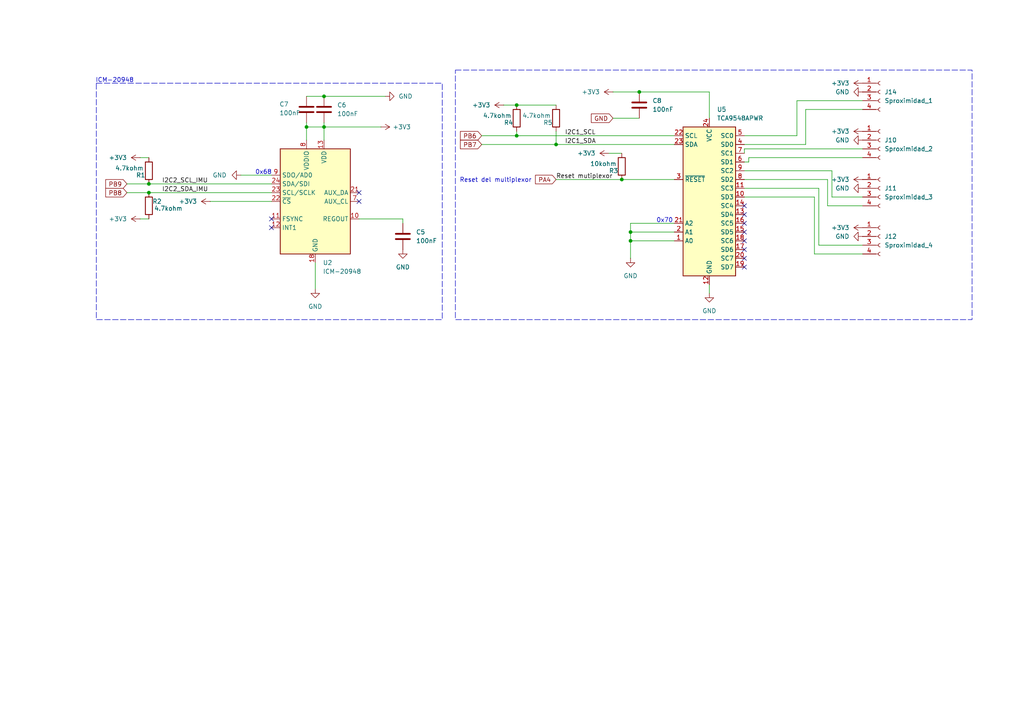
<source format=kicad_sch>
(kicad_sch (version 20231120) (generator "eeschema") (generator_version "8.0")
  (paper "A4")
  (lib_symbols
    (symbol "Connector:Conn_01x04_Socket" (pin_names (offset 1.016) hide)
      (property "Reference" "J" (at 0 5.08 0))
      (property "Value" "Conn_01x04_Socket" (at 0 -7.62 0))
      (symbol "Conn_01x04_Socket_1_1"
        (arc (start 0 -4.572) (mid -0.5058 -5.08) (end 0 -5.588) (stroke (width 0.1524)))
        (arc (start 0 -2.032) (mid -0.5058 -2.54) (end 0 -3.048) (stroke (width 0.1524)))
        (polyline (pts (xy -1.27 -5.08) (xy -0.508 -5.08)) (stroke (width 0.1524)))
        (polyline (pts (xy -1.27 -2.54) (xy -0.508 -2.54)) (stroke (width 0.1524)))
        (polyline (pts (xy -1.27 0) (xy -0.508 0)) (stroke (width 0.1524)))
        (polyline (pts (xy -1.27 2.54) (xy -0.508 2.54)) (stroke (width 0.1524)))
        (arc (start 0 0.508) (mid -0.5058 0) (end 0 -0.508) (stroke (width 0.1524)))
        (arc (start 0 3.048) (mid -0.5058 2.54) (end 0 2.032) (stroke (width 0.1524)))
        (pin passive line (at -5.08 2.54 0) (length 3.81) (name "Pin_1") (number "1"))
        (pin passive line (at -5.08 0 0) (length 3.81) (name "Pin_2") (number "2"))
        (pin passive line (at -5.08 -2.54 0) (length 3.81) (name "Pin_3") (number "3"))
        (pin passive line (at -5.08 -5.08 0) (length 3.81) (name "Pin_4") (number "4"))
      )
    )
    (symbol "Device:C" (pin_numbers hide) (pin_names (offset 0.254))
      (property "Reference" "C" (at 0.635 2.54 0))
      (property "Value" "C" (at 0.635 -2.54 0))
      (symbol "C_0_1"
        (polyline (pts (xy -2.032 -0.762) (xy 2.032 -0.762)) (stroke (width 0.508)))
        (polyline (pts (xy -2.032 0.762) (xy 2.032 0.762)) (stroke (width 0.508)))
      )
      (symbol "C_1_1"
        (pin passive line (at 0 3.81 270) (length 2.794) (name "~") (number "1"))
        (pin passive line (at 0 -3.81 90) (length 2.794) (name "~") (number "2"))
      )
    )
    (symbol "Device:R" (pin_numbers hide) (pin_names (offset 0))
      (property "Reference" "R" (at 2.032 0 90))
      (property "Value" "R" (at 0 0 90))
      (symbol "R_0_1"
        (rectangle (start -1.016 -2.54) (end 1.016 2.54) (stroke (width 0.254)))
      )
      (symbol "R_1_1"
        (pin passive line (at 0 3.81 270) (length 1.27) (name "~") (number "1"))
        (pin passive line (at 0 -3.81 90) (length 1.27) (name "~") (number "2"))
      )
    )
    (symbol "Interface_Expansion:TCA9548APWR"
      (property "Reference" "U" (at -7.62 21.59 0))
      (property "Value" "TCA9548APWR" (at 1.016 21.59 0))
      (symbol "TCA9548APWR_0_1"
        (rectangle (start -7.62 20.32) (end 7.62 -22.86) (stroke (width 0.254)) (fill (type background)))
      )
      (symbol "TCA9548APWR_1_1"
        (pin input line (at -10.16 -12.7 0) (length 2.54) (name "A0") (number "1"))
        (pin bidirectional line (at 10.16 0 180) (length 2.54) (name "SD3") (number "10"))
        (pin output line (at 10.16 2.54 180) (length 2.54) (name "SC3") (number "11"))
        (pin power_in line (at 0 -25.4 90) (length 2.54) (name "GND") (number "12"))
        (pin bidirectional line (at 10.16 -5.08 180) (length 2.54) (name "SD4") (number "13"))
        (pin output line (at 10.16 -2.54 180) (length 2.54) (name "SC4") (number "14"))
        (pin bidirectional line (at 10.16 -10.16 180) (length 2.54) (name "SD5") (number "15"))
        (pin output line (at 10.16 -7.62 180) (length 2.54) (name "SC5") (number "16"))
        (pin bidirectional line (at 10.16 -15.24 180) (length 2.54) (name "SD6") (number "17"))
        (pin output line (at 10.16 -12.7 180) (length 2.54) (name "SC6") (number "18"))
        (pin bidirectional line (at 10.16 -20.32 180) (length 2.54) (name "SD7") (number "19"))
        (pin input line (at -10.16 -10.16 0) (length 2.54) (name "A1") (number "2"))
        (pin output line (at 10.16 -17.78 180) (length 2.54) (name "SC7") (number "20"))
        (pin input line (at -10.16 -7.62 0) (length 2.54) (name "A2") (number "21"))
        (pin input line (at -10.16 17.78 0) (length 2.54) (name "SCL") (number "22"))
        (pin bidirectional line (at -10.16 15.24 0) (length 2.54) (name "SDA") (number "23"))
        (pin power_in line (at 0 22.86 270) (length 2.54) (name "VCC") (number "24"))
        (pin input line (at -10.16 5.08 0) (length 2.54) (name "~{RESET}") (number "3"))
        (pin bidirectional line (at 10.16 15.24 180) (length 2.54) (name "SD0") (number "4"))
        (pin output line (at 10.16 17.78 180) (length 2.54) (name "SC0") (number "5"))
        (pin bidirectional line (at 10.16 10.16 180) (length 2.54) (name "SD1") (number "6"))
        (pin output line (at 10.16 12.7 180) (length 2.54) (name "SC1") (number "7"))
        (pin bidirectional line (at 10.16 5.08 180) (length 2.54) (name "SD2") (number "8"))
        (pin output line (at 10.16 7.62 180) (length 2.54) (name "SC2") (number "9"))
      )
    )
    (symbol "Sensor_Motion:ICM-20948"
      (property "Reference" "U" (at -11.43 16.51 0))
      (property "Value" "ICM-20948" (at 7.62 -16.51 0))
      (symbol "ICM-20948_0_1"
        (rectangle (start -10.16 15.24) (end 10.16 -15.24) (stroke (width 0.254)) (fill (type background)))
      )
      (symbol "ICM-20948_1_1"
        (pin no_connect line (at -10.16 12.7 0) (length 2.54) hide (name "NC") (number "1"))
        (pin passive line (at 12.7 -5.08 180) (length 2.54) (name "REGOUT") (number "10"))
        (pin input line (at -12.7 -5.08 0) (length 2.54) (name "FSYNC") (number "11"))
        (pin output line (at -12.7 -7.62 0) (length 2.54) (name "INT1") (number "12"))
        (pin power_in line (at 2.54 17.78 270) (length 2.54) (name "VDD") (number "13"))
        (pin no_connect line (at 10.16 7.62 180) (length 2.54) hide (name "NC") (number "14"))
        (pin no_connect line (at 10.16 5.08 180) (length 2.54) hide (name "NC") (number "15"))
        (pin no_connect line (at 10.16 -7.62 180) (length 2.54) hide (name "NC") (number "16"))
        (pin no_connect line (at 10.16 -10.16 180) (length 2.54) hide (name "NC") (number "17"))
        (pin power_in line (at 0 -17.78 90) (length 2.54) (name "GND") (number "18"))
        (pin no_connect line (at 10.16 -12.7 180) (length 2.54) hide (name "RESV") (number "19"))
        (pin no_connect line (at -10.16 10.16 0) (length 2.54) hide (name "NC") (number "2"))
        (pin passive line (at 0 -17.78 90) (length 2.54) hide (name "GND") (number "20"))
        (pin bidirectional line (at 12.7 2.54 180) (length 2.54) (name "AUX_DA") (number "21"))
        (pin input line (at -12.7 0 0) (length 2.54) (name "~{CS}") (number "22"))
        (pin input line (at -12.7 2.54 0) (length 2.54) (name "SCL/SCLK") (number "23"))
        (pin bidirectional line (at -12.7 5.08 0) (length 2.54) (name "SDA/SDI") (number "24"))
        (pin no_connect line (at -10.16 -2.54 0) (length 2.54) hide (name "NC") (number "3"))
        (pin no_connect line (at -10.16 -10.16 0) (length 2.54) hide (name "NC") (number "4"))
        (pin no_connect line (at -10.16 -12.7 0) (length 2.54) hide (name "NC") (number "5"))
        (pin no_connect line (at 10.16 10.16 180) (length 2.54) hide (name "NC") (number "6"))
        (pin output line (at 12.7 0 180) (length 2.54) (name "AUX_CL") (number "7"))
        (pin power_in line (at -2.54 17.78 270) (length 2.54) (name "VDDIO") (number "8"))
        (pin bidirectional line (at -12.7 7.62 0) (length 2.54) (name "SDO/AD0") (number "9"))
      )
    )
    (symbol "power:+3V3" (power) (pin_numbers hide) (pin_names (offset 0) hide)
      (property "Value" "+3V3" (at 0 3.556 0))
      (symbol "+3V3_0_1"
        (polyline (pts (xy -0.762 1.27) (xy 0 2.54)))
        (polyline (pts (xy 0 0) (xy 0 2.54)))
        (polyline (pts (xy 0 2.54) (xy 0.762 1.27)))
      )
      (symbol "+3V3_1_1"
        (pin power_in line (at 0 0 90) (length 0) (name "~") (number "1"))
      )
    )
    (symbol "power:GND" (power) (pin_numbers hide) (pin_names (offset 0) hide)
      (property "Value" "GND" (at 0 -3.81 0))
      (symbol "GND_0_1"
        (polyline (pts (xy 0 0) (xy 0 -1.27) (xy 1.27 -1.27) (xy 0 -2.54) (xy -1.27 -1.27) (xy 0 -1.27)))
      )
      (symbol "GND_1_1"
        (pin power_in line (at 0 0 270) (length 0) (name "~") (number "1"))
      )
    )
  )
  (junction (at 93.98 36.83))
  (junction (at 43.18 55.88))
  (junction (at 88.9 36.83))
  (junction (at 161.29 41.91))
  (junction (at 182.88 69.85))
  (junction (at 180.34 52.07))
  (junction (at 182.88 67.31))
  (junction (at 149.86 39.37))
  (junction (at 185.42 26.67))
  (junction (at 93.98 27.94))
  (junction (at 43.18 53.34))
  (junction (at 149.86 30.48))
  (no_connect (at 215.9 64.77))
  (no_connect (at 78.74 66.04))
  (no_connect (at 215.9 59.69))
  (no_connect (at 215.9 74.93))
  (no_connect (at 215.9 77.47))
  (no_connect (at 78.74 63.5))
  (no_connect (at 215.9 67.31))
  (no_connect (at 215.9 62.23))
  (no_connect (at 104.14 55.88))
  (no_connect (at 215.9 72.39))
  (no_connect (at 215.9 69.85))
  (no_connect (at 104.14 58.42))
  (wire (pts (xy 161.29 41.91) (xy 195.58 41.91)))
  (wire (pts (xy 241.3 57.15) (xy 250.19 57.15)))
  (wire (pts (xy 236.22 57.15) (xy 236.22 73.66)))
  (wire (pts (xy 40.64 45.72) (xy 43.18 45.72)))
  (wire (pts (xy 182.88 67.31) (xy 195.58 67.31)))
  (wire (pts (xy 250.19 71.12) (xy 237.49 71.12)))
  (wire (pts (xy 233.68 31.75) (xy 250.19 31.75)))
  (wire (pts (xy 241.3 49.53) (xy 241.3 57.15)))
  (wire (pts (xy 177.8 34.29) (xy 185.42 34.29)))
  (wire (pts (xy 88.9 36.83) (xy 93.98 36.83)))
  (wire (pts (xy 231.14 29.21) (xy 250.19 29.21)))
  (wire (pts (xy 205.74 26.67) (xy 205.74 34.29)))
  (wire (pts (xy 217.17 46.99) (xy 215.9 46.99)))
  (wire (pts (xy 215.9 57.15) (xy 236.22 57.15)))
  (wire (pts (xy 69.85 50.8) (xy 78.74 50.8)))
  (wire (pts (xy 250.19 59.69) (xy 240.03 59.69)))
  (wire (pts (xy 93.98 36.83) (xy 93.98 40.64)))
  (wire (pts (xy 43.18 63.5) (xy 40.64 63.5)))
  (wire (pts (xy 236.22 73.66) (xy 250.19 73.66)))
  (wire (pts (xy 93.98 27.94) (xy 111.76 27.94)))
  (wire (pts (xy 36.83 55.88) (xy 43.18 55.88)))
  (wire (pts (xy 240.03 59.69) (xy 240.03 52.07)))
  (wire (pts (xy 182.88 74.93) (xy 182.88 69.85)))
  (wire (pts (xy 215.9 43.18) (xy 250.19 43.18)))
  (wire (pts (xy 43.18 55.88) (xy 78.74 55.88)))
  (wire (pts (xy 231.14 39.37) (xy 215.9 39.37)))
  (wire (pts (xy 88.9 40.64) (xy 88.9 36.83)))
  (wire (pts (xy 217.17 45.72) (xy 217.17 46.99)))
  (wire (pts (xy 231.14 29.21) (xy 231.14 39.37)))
  (wire (pts (xy 161.29 52.07) (xy 180.34 52.07)))
  (wire (pts (xy 60.96 58.42) (xy 78.74 58.42)))
  (wire (pts (xy 149.86 39.37) (xy 139.7 39.37)))
  (wire (pts (xy 93.98 35.56) (xy 93.98 36.83)))
  (wire (pts (xy 93.98 36.83) (xy 110.49 36.83)))
  (wire (pts (xy 182.88 64.77) (xy 195.58 64.77)))
  (wire (pts (xy 104.14 63.5) (xy 116.84 63.5)))
  (wire (pts (xy 240.03 52.07) (xy 215.9 52.07)))
  (wire (pts (xy 215.9 41.91) (xy 233.68 41.91)))
  (wire (pts (xy 182.88 69.85) (xy 182.88 67.31)))
  (wire (pts (xy 91.44 76.2) (xy 91.44 83.82)))
  (wire (pts (xy 205.74 82.55) (xy 205.74 85.09)))
  (wire (pts (xy 116.84 63.5) (xy 116.84 64.77)))
  (wire (pts (xy 182.88 69.85) (xy 195.58 69.85)))
  (wire (pts (xy 149.86 30.48) (xy 161.29 30.48)))
  (wire (pts (xy 36.83 53.34) (xy 43.18 53.34)))
  (wire (pts (xy 237.49 71.12) (xy 237.49 54.61)))
  (wire (pts (xy 180.34 52.07) (xy 195.58 52.07)))
  (wire (pts (xy 149.86 30.48) (xy 146.05 30.48)))
  (wire (pts (xy 176.53 44.45) (xy 180.34 44.45)))
  (wire (pts (xy 177.8 26.67) (xy 185.42 26.67)))
  (wire (pts (xy 233.68 41.91) (xy 233.68 31.75)))
  (wire (pts (xy 215.9 43.18) (xy 215.9 44.45)))
  (wire (pts (xy 149.86 39.37) (xy 195.58 39.37)))
  (wire (pts (xy 215.9 49.53) (xy 241.3 49.53)))
  (wire (pts (xy 149.86 39.37) (xy 149.86 38.1)))
  (wire (pts (xy 139.7 41.91) (xy 161.29 41.91)))
  (wire (pts (xy 182.88 67.31) (xy 182.88 64.77)))
  (wire (pts (xy 185.42 26.67) (xy 205.74 26.67)))
  (wire (pts (xy 43.18 53.34) (xy 78.74 53.34)))
  (wire (pts (xy 237.49 54.61) (xy 215.9 54.61)))
  (wire (pts (xy 88.9 35.56) (xy 88.9 36.83)))
  (wire (pts (xy 161.29 38.1) (xy 161.29 41.91)))
  (wire (pts (xy 217.17 45.72) (xy 250.19 45.72)))
  (wire (pts (xy 88.9 27.94) (xy 93.98 27.94)))
  (rectangle (start 132.08 20.32) (end 281.94 92.71) (stroke (width 0) (type dash)))
  (rectangle (start 27.94 24.13) (end 128.27 92.71) (stroke (width 0) (type dash)))
  (text "ICM-20948" (at 33.274 23.368 0) (effects (font (size 1.27 1.27))))
  (text "0x70" (at 192.786 64.008 0) (effects (font (size 1.27 1.27))))
  (text " 0x68" (at 75.946 50.038 0) (effects (font (size 1.27 1.27))))
  (text "Reset del multiplexor" (at 143.764 52.324 0) (effects (font (size 1.27 1.27))))
  (label "Reset mutiplexor" (at 161.29 52.07 0))
  (label "I2C1_SDA" (at 163.83 41.91 0))
  (label "I2C1_SCL" (at 163.83 39.37 0))
  (label "I2C2_SDA_IMU" (at 46.99 55.88 0))
  (label "I2C2_SCL_IMU" (at 46.99 53.34 0))
  (global_label "GND" (shape input) (at 177.8 34.29 180) (property "Intersheetrefs" "${INTERSHEET_REFS}" (effects (hide yes))))
  (global_label "PA4" (shape input) (at 161.29 52.07 180) (property "Intersheetrefs" "${INTERSHEET_REFS}" (effects (hide yes))))
  (global_label "PB9" (shape input) (at 36.83 53.34 180) (property "Intersheetrefs" "${INTERSHEET_REFS}" (effects (hide yes))))
  (global_label "PB8" (shape input) (at 36.83 55.88 180) (property "Intersheetrefs" "${INTERSHEET_REFS}" (effects (hide yes))))
  (global_label "PB6" (shape input) (at 139.7 39.37 180) (property "Intersheetrefs" "${INTERSHEET_REFS}" (effects (hide yes))))
  (global_label "PB7" (shape input) (at 139.7 41.91 180) (property "Intersheetrefs" "${INTERSHEET_REFS}" (effects (hide yes))))
  (symbol (lib_id "power:+3V3") (at 60.96 58.42 90) (unit 1)
    (property "Reference" "#PWR0104" (effects (hide yes)))
    (property "Value" "+3V3" (at 57.15 58.4199 90) (effects (justify left)))
    (property "Description" "Power symbol creates a global label with name \"+3V3\"" (effects (hide yes)))
  )
  (symbol (lib_id "power:GND") (at 250.19 68.58 270) (unit 1)
    (property "Reference" "#PWR072" (effects (hide yes)))
    (property "Value" "GND" (at 246.38 68.5799 90) (effects (justify right)))
    (property "Description" "Power symbol creates a global label with name \"GND\" , ground" (effects (hide yes)))
  )
  (symbol (lib_id "power:GND") (at 182.88 74.93 0) (unit 1)
    (property "Reference" "#PWR071" (effects (hide yes)))
    (property "Value" "GND" (at 182.88 80.01 0))
    (property "Description" "Power symbol creates a global label with name \"GND\" , ground" (effects (hide yes)))
  )
  (symbol (lib_id "Connector:Conn_01x04_Socket") (at 255.27 40.64 0) (unit 1)
    (property "Reference" "J10" (at 256.54 40.6399 0) (effects (justify left)))
    (property "Value" "Sproximidad_2" (at 256.54 43.1799 0) (effects (justify left)))
    (property "Footprint" "Connector_Molex:Molex_Micro-Fit_3.0_43045-0400_2x02_P3.00mm_Horizontal" (effects (hide yes)))
    (property "Description" "Generic connector, single row, 01x04, script generated" (effects (hide yes)))
  )
  (symbol (lib_id "Device:R") (at 149.86 34.29 180) (unit 1)
    (property "Reference" "R4" (at 148.844 35.56 0) (effects (justify left)))
    (property "Value" "4.7kohm" (at 148.336 33.528 0) (effects (justify left)))
    (property "Footprint" "Resistor_SMD:R_0805_2012Metric" (effects (hide yes)))
    (property "Description" "Resistor" (effects (hide yes)))
    (property "LCSC Part #" "C17673" (effects (hide yes)))
  )
  (symbol (lib_id "Device:C") (at 116.84 68.58 180) (unit 1)
    (property "Reference" "C5" (at 120.65 67.3099 0) (effects (justify right)))
    (property "Value" "100nF" (at 120.65 69.8499 0) (effects (justify right)))
    (property "Footprint" "Capacitor_SMD:C_0805_2012Metric" (effects (hide yes)))
    (property "Description" "Unpolarized capacitor" (effects (hide yes)))
    (property "LCSC Part #" "C49678" (effects (hide yes)))
  )
  (symbol (lib_id "Connector:Conn_01x04_Socket") (at 255.27 26.67 0) (unit 1)
    (property "Reference" "J14" (at 256.54 26.6699 0) (effects (justify left)))
    (property "Value" "Sproximidad_1" (at 256.54 29.2099 0) (effects (justify left)))
    (property "Footprint" "Connector_Molex:Molex_Micro-Fit_3.0_43045-0400_2x02_P3.00mm_Horizontal" (effects (hide yes)))
    (property "Description" "Generic connector, single row, 01x04, script generated" (effects (hide yes)))
  )
  (symbol (lib_id "power:+3V3") (at 250.19 38.1 90) (unit 1)
    (property "Reference" "#PWR060" (effects (hide yes)))
    (property "Value" "+3V3" (at 246.38 38.0999 90) (effects (justify left)))
    (property "Description" "Power symbol creates a global label with name \"+3V3\"" (effects (hide yes)))
  )
  (symbol (lib_id "Connector:Conn_01x04_Socket") (at 255.27 68.58 0) (unit 1)
    (property "Reference" "J12" (at 256.54 68.5799 0) (effects (justify left)))
    (property "Value" "Sproximidad_4" (at 256.54 71.1199 0) (effects (justify left)))
    (property "Footprint" "Connector_Molex:Molex_Micro-Fit_3.0_43045-0400_2x02_P3.00mm_Horizontal" (effects (hide yes)))
    (property "Description" "Generic connector, single row, 01x04, script generated" (effects (hide yes)))
  )
  (symbol (lib_id "power:GND") (at 250.19 26.67 270) (unit 1)
    (property "Reference" "#PWR075" (effects (hide yes)))
    (property "Value" "GND" (at 246.38 26.6699 90) (effects (justify right)))
    (property "Description" "Power symbol creates a global label with name \"GND\" , ground" (effects (hide yes)))
  )
  (symbol (lib_id "Interface_Expansion:TCA9548APWR") (at 205.74 57.15 0) (unit 1)
    (property "Reference" "U5" (at 207.9341 31.75 0) (effects (justify left)))
    (property "Value" "TCA9548APWR" (at 207.9341 34.29 0) (effects (justify left)))
    (property "Footprint" "Package_SO:TSSOP-24_4.4x7.8mm_P0.65mm" (effects (hide yes)))
    (property "Datasheet" "http://www.ti.com/lit/ds/symlink/tca9548a.pdf" (effects (hide yes)))
    (property "Description" "Low voltage 8-channel I2C switch with reset, TSSOP-24" (effects (hide yes)))
    (property "LCSC Part #" "C130026" (effects (hide yes)))
  )
  (symbol (lib_id "power:GND") (at 69.85 50.8 270) (unit 1)
    (property "Reference" "#PWR067" (effects (hide yes)))
    (property "Value" "GND" (at 65.7404 50.7999 90) (effects (justify right)))
    (property "Description" "Power symbol creates a global label with name \"GND\" , ground" (effects (hide yes)))
  )
  (symbol (lib_id "Device:R") (at 161.29 34.29 180) (unit 1)
    (property "Reference" "R5" (at 160.274 35.56 0) (effects (justify left)))
    (property "Value" "4.7kohm" (at 159.766 33.528 0) (effects (justify left)))
    (property "Footprint" "Resistor_SMD:R_0805_2012Metric" (effects (hide yes)))
    (property "Description" "Resistor" (effects (hide yes)))
    (property "LCSC Part #" "C17673" (effects (hide yes)))
  )
  (symbol (lib_id "Device:C") (at 185.42 30.48 180) (unit 1)
    (property "Reference" "C8" (at 189.23 29.2099 0) (effects (justify right)))
    (property "Value" "100nF" (at 189.23 31.7499 0) (effects (justify right)))
    (property "Footprint" "Capacitor_SMD:C_0805_2012Metric" (effects (hide yes)))
    (property "Description" "Unpolarized capacitor" (effects (hide yes)))
    (property "LCSC Part #" "C49678" (effects (hide yes)))
  )
  (symbol (lib_id "power:+3V3") (at 250.19 66.04 90) (unit 1)
    (property "Reference" "#PWR062" (effects (hide yes)))
    (property "Value" "+3V3" (at 246.38 66.0399 90) (effects (justify left)))
    (property "Description" "Power symbol creates a global label with name \"+3V3\"" (effects (hide yes)))
  )
  (symbol (lib_id "Device:C") (at 88.9 31.75 180) (unit 1)
    (property "Reference" "C7" (at 81.026 30.226 0) (effects (justify right)))
    (property "Value" "100nF" (at 81.026 32.766 0) (effects (justify right)))
    (property "Footprint" "Capacitor_SMD:C_0805_2012Metric" (effects (hide yes)))
    (property "Description" "Unpolarized capacitor" (effects (hide yes)))
    (property "LCSC Part #" "C49678" (effects (hide yes)))
  )
  (symbol (lib_id "power:+3V3") (at 250.19 52.07 90) (unit 1)
    (property "Reference" "#PWR061" (effects (hide yes)))
    (property "Value" "+3V3" (at 246.38 52.0699 90) (effects (justify left)))
    (property "Description" "Power symbol creates a global label with name \"+3V3\"" (effects (hide yes)))
  )
  (symbol (lib_id "power:+3V3") (at 176.53 44.45 90) (unit 1)
    (property "Reference" "#PWR058" (effects (hide yes)))
    (property "Value" "+3V3" (at 172.72 44.4499 90) (effects (justify left)))
    (property "Description" "Power symbol creates a global label with name \"+3V3\"" (effects (hide yes)))
  )
  (symbol (lib_id "power:GND") (at 250.19 54.61 270) (unit 1)
    (property "Reference" "#PWR073" (effects (hide yes)))
    (property "Value" "GND" (at 246.38 54.6099 90) (effects (justify right)))
    (property "Description" "Power symbol creates a global label with name \"GND\" , ground" (effects (hide yes)))
  )
  (symbol (lib_id "Device:R") (at 180.34 48.26 180) (unit 1)
    (property "Reference" "R3" (at 179.324 49.53 0) (effects (justify left)))
    (property "Value" "10kohm" (at 178.816 47.498 0) (effects (justify left)))
    (property "Footprint" "Resistor_SMD:R_0805_2012Metric" (effects (hide yes)))
    (property "Description" "Resistor" (effects (hide yes)))
    (property "LCSC Part #" "C17414" (effects (hide yes)))
  )
  (symbol (lib_id "Sensor_Motion:ICM-20948") (at 91.44 58.42 0) (unit 1)
    (property "Reference" "U2" (at 93.6341 76.2 0) (effects (justify left)))
    (property "Value" "ICM-20948" (at 93.6341 78.74 0) (effects (justify left)))
    (property "Footprint" "Sensor_Motion:InvenSense_QFN-24_3x3mm_P0.4mm" (effects (hide yes)))
    (property "Datasheet" "http://www.invensense.com/wp-content/uploads/2016/06/DS-000189-ICM-20948-v1.3.pdf" (effects (hide yes)))
    (property "Description" "InvenSense 9-Axis Motion Sensor, Accelerometer, Gyroscope, Compass, I2C/SPI, QFN-24" (effects (hide yes)))
    (property "LCSC Part #" "C726001" (effects (hide yes)))
  )
  (symbol (lib_id "Device:R") (at 43.18 59.69 0) (unit 1)
    (property "Reference" "R2" (at 44.196 58.42 0) (effects (justify left)))
    (property "Value" "4.7kohm" (at 44.704 60.452 0) (effects (justify left)))
    (property "Footprint" "Resistor_SMD:R_0805_2012Metric" (effects (hide yes)))
    (property "Description" "Resistor" (effects (hide yes)))
    (property "LCSC Part #" "C17673" (effects (hide yes)))
  )
  (symbol (lib_id "power:GND") (at 91.44 83.82 0) (unit 1)
    (property "Reference" "#PWR068" (effects (hide yes)))
    (property "Value" "GND" (at 91.44 88.9 0))
    (property "Description" "Power symbol creates a global label with name \"GND\" , ground" (effects (hide yes)))
  )
  (symbol (lib_id "power:+3V3") (at 146.05 30.48 90) (unit 1)
    (property "Reference" "#PWR064" (effects (hide yes)))
    (property "Value" "+3V3" (at 142.24 30.4799 90) (effects (justify left)))
    (property "Description" "Power symbol creates a global label with name \"+3V3\"" (effects (hide yes)))
  )
  (symbol (lib_id "power:+3V3") (at 250.19 24.13 90) (unit 1)
    (property "Reference" "#PWR059" (effects (hide yes)))
    (property "Value" "+3V3" (at 246.38 24.1299 90) (effects (justify left)))
    (property "Description" "Power symbol creates a global label with name \"+3V3\"" (effects (hide yes)))
  )
  (symbol (lib_id "power:+3V3") (at 40.64 63.5 90) (unit 1)
    (property "Reference" "#PWR055" (effects (hide yes)))
    (property "Value" "+3V3" (at 36.83 63.4999 90) (effects (justify left)))
    (property "Description" "Power symbol creates a global label with name \"+3V3\"" (effects (hide yes)))
  )
  (symbol (lib_id "power:GND") (at 250.19 40.64 270) (unit 1)
    (property "Reference" "#PWR074" (effects (hide yes)))
    (property "Value" "GND" (at 246.38 40.6399 90) (effects (justify right)))
    (property "Description" "Power symbol creates a global label with name \"GND\" , ground" (effects (hide yes)))
  )
  (symbol (lib_id "power:+3V3") (at 110.49 36.83 270) (unit 1)
    (property "Reference" "#PWR056" (effects (hide yes)))
    (property "Value" "+3V3" (at 113.8768 36.8299 90) (effects (justify left)))
    (property "Description" "Power symbol creates a global label with name \"+3V3\"" (effects (hide yes)))
  )
  (symbol (lib_id "power:+3V3") (at 40.64 45.72 90) (unit 1)
    (property "Reference" "#PWR093" (effects (hide yes)))
    (property "Value" "+3V3" (at 36.83 45.7199 90) (effects (justify left)))
    (property "Description" "Power symbol creates a global label with name \"+3V3\"" (effects (hide yes)))
  )
  (symbol (lib_id "power:GND") (at 111.76 27.94 90) (unit 1)
    (property "Reference" "#PWR065" (effects (hide yes)))
    (property "Value" "GND" (at 115.57 27.9399 90) (effects (justify right)))
    (property "Description" "Power symbol creates a global label with name \"GND\" , ground" (effects (hide yes)))
  )
  (symbol (lib_id "Connector:Conn_01x04_Socket") (at 255.27 54.61 0) (unit 1)
    (property "Reference" "J11" (at 256.54 54.6099 0) (effects (justify left)))
    (property "Value" "Sproximidad_3" (at 256.54 57.1499 0) (effects (justify left)))
    (property "Footprint" "Connector_Molex:Molex_Micro-Fit_3.0_43045-0400_2x02_P3.00mm_Horizontal" (effects (hide yes)))
    (property "Description" "Generic connector, single row, 01x04, script generated" (effects (hide yes)))
  )
  (symbol (lib_id "power:GND") (at 205.74 85.09 0) (unit 1)
    (property "Reference" "#PWR070" (effects (hide yes)))
    (property "Value" "GND" (at 205.74 90.17 0))
    (property "Description" "Power symbol creates a global label with name \"GND\" , ground" (effects (hide yes)))
  )
  (symbol (lib_id "Device:C") (at 93.98 31.75 180) (unit 1)
    (property "Reference" "C6" (at 97.79 30.4799 0) (effects (justify right)))
    (property "Value" "100nF" (at 97.79 33.0199 0) (effects (justify right)))
    (property "Footprint" "Capacitor_SMD:C_0805_2012Metric" (effects (hide yes)))
    (property "Description" "Unpolarized capacitor" (effects (hide yes)))
    (property "LCSC Part #" "C49678" (effects (hide yes)))
  )
  (symbol (lib_id "power:+3V3") (at 177.8 26.67 90) (unit 1)
    (property "Reference" "#PWR057" (effects (hide yes)))
    (property "Value" "+3V3" (at 173.99 26.6699 90) (effects (justify left)))
    (property "Description" "Power symbol creates a global label with name \"+3V3\"" (effects (hide yes)))
  )
  (symbol (lib_id "power:GND") (at 116.84 72.39 0) (unit 1)
    (property "Reference" "#PWR069" (effects (hide yes)))
    (property "Value" "GND" (at 116.84 77.47 0))
    (property "Description" "Power symbol creates a global label with name \"GND\" , ground" (effects (hide yes)))
  )
  (symbol (lib_id "Device:R") (at 43.18 49.53 180) (unit 1)
    (property "Reference" "R1" (at 42.164 50.8 0) (effects (justify left)))
    (property "Value" "4.7kohm" (at 41.656 48.768 0) (effects (justify left)))
    (property "Footprint" "Resistor_SMD:R_0805_2012Metric" (effects (hide yes)))
    (property "Description" "Resistor" (effects (hide yes)))
    (property "LCSC Part #" "C17673" (effects (hide yes)))
  )
)
</source>
